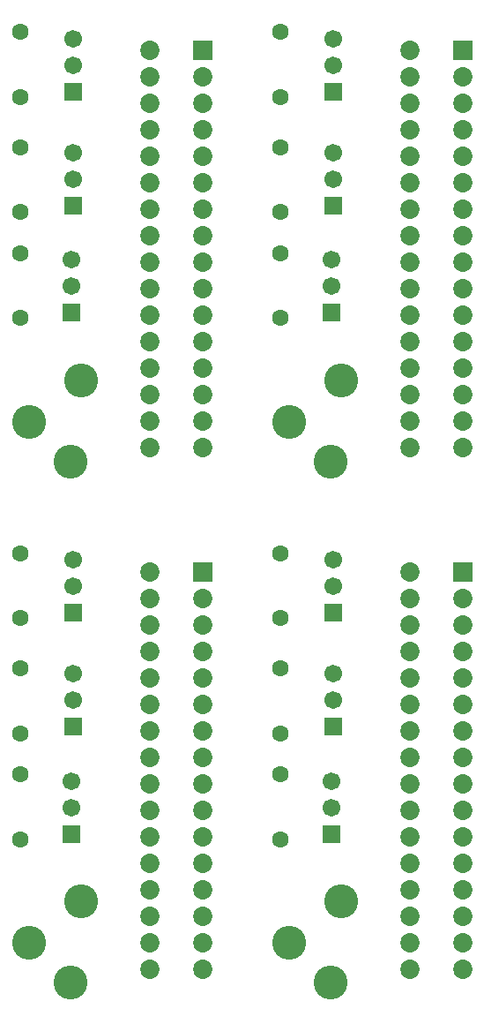
<source format=gts>
%FSLAX23Y23*%
%MOIN*%
G70*
G01*
G75*
G04 Layer_Color=8388736*
%ADD10C,0.015*%
%ADD11C,0.025*%
%ADD12C,0.120*%
%ADD13C,0.055*%
%ADD14C,0.065*%
%ADD15R,0.065X0.065*%
%ADD16C,0.059*%
%ADD17R,0.059X0.059*%
%ADD18C,0.020*%
%ADD19C,0.008*%
%ADD20C,0.010*%
%ADD21C,0.128*%
%ADD22C,0.063*%
%ADD23C,0.073*%
%ADD24R,0.073X0.073*%
%ADD25C,0.067*%
%ADD26R,0.067X0.067*%
D21*
X109Y326D02*
D03*
X265Y176D02*
D03*
X305Y482D02*
D03*
X1093Y326D02*
D03*
X1249Y176D02*
D03*
X1289Y482D02*
D03*
X109Y2294D02*
D03*
X265Y2144D02*
D03*
X305Y2450D02*
D03*
X1093Y2294D02*
D03*
X1249Y2144D02*
D03*
X1289Y2450D02*
D03*
D22*
X75Y962D02*
D03*
Y717D02*
D03*
Y1362D02*
D03*
Y1117D02*
D03*
Y1552D02*
D03*
Y1797D02*
D03*
X1059Y962D02*
D03*
Y717D02*
D03*
Y1362D02*
D03*
Y1117D02*
D03*
Y1552D02*
D03*
Y1797D02*
D03*
X75Y2930D02*
D03*
Y2685D02*
D03*
Y3330D02*
D03*
Y3085D02*
D03*
Y3520D02*
D03*
Y3765D02*
D03*
X1059Y2930D02*
D03*
Y2685D02*
D03*
Y3330D02*
D03*
Y3085D02*
D03*
Y3520D02*
D03*
Y3765D02*
D03*
D23*
X765Y727D02*
D03*
Y1027D02*
D03*
Y1327D02*
D03*
Y1627D02*
D03*
Y527D02*
D03*
Y427D02*
D03*
Y327D02*
D03*
Y227D02*
D03*
X565Y527D02*
D03*
Y427D02*
D03*
Y327D02*
D03*
Y227D02*
D03*
X765Y627D02*
D03*
Y827D02*
D03*
Y927D02*
D03*
Y1127D02*
D03*
Y1227D02*
D03*
Y1427D02*
D03*
Y1527D02*
D03*
X565Y627D02*
D03*
Y827D02*
D03*
Y927D02*
D03*
Y1127D02*
D03*
Y1227D02*
D03*
Y1427D02*
D03*
Y1527D02*
D03*
Y1727D02*
D03*
Y727D02*
D03*
Y1027D02*
D03*
Y1327D02*
D03*
Y1627D02*
D03*
X1749Y727D02*
D03*
Y1027D02*
D03*
Y1327D02*
D03*
Y1627D02*
D03*
Y527D02*
D03*
Y427D02*
D03*
Y327D02*
D03*
Y227D02*
D03*
X1549Y527D02*
D03*
Y427D02*
D03*
Y327D02*
D03*
Y227D02*
D03*
X1749Y627D02*
D03*
Y827D02*
D03*
Y927D02*
D03*
Y1127D02*
D03*
Y1227D02*
D03*
Y1427D02*
D03*
Y1527D02*
D03*
X1549Y627D02*
D03*
Y827D02*
D03*
Y927D02*
D03*
Y1127D02*
D03*
Y1227D02*
D03*
Y1427D02*
D03*
Y1527D02*
D03*
Y1727D02*
D03*
Y727D02*
D03*
Y1027D02*
D03*
Y1327D02*
D03*
Y1627D02*
D03*
X765Y2695D02*
D03*
Y2995D02*
D03*
Y3295D02*
D03*
Y3595D02*
D03*
Y2495D02*
D03*
Y2395D02*
D03*
Y2295D02*
D03*
Y2195D02*
D03*
X565Y2495D02*
D03*
Y2395D02*
D03*
Y2295D02*
D03*
Y2195D02*
D03*
X765Y2595D02*
D03*
Y2795D02*
D03*
Y2895D02*
D03*
Y3095D02*
D03*
Y3195D02*
D03*
Y3395D02*
D03*
Y3495D02*
D03*
X565Y2595D02*
D03*
Y2795D02*
D03*
Y2895D02*
D03*
Y3095D02*
D03*
Y3195D02*
D03*
Y3395D02*
D03*
Y3495D02*
D03*
Y3695D02*
D03*
Y2695D02*
D03*
Y2995D02*
D03*
Y3295D02*
D03*
Y3595D02*
D03*
X1749Y2695D02*
D03*
Y2995D02*
D03*
Y3295D02*
D03*
Y3595D02*
D03*
Y2495D02*
D03*
Y2395D02*
D03*
Y2295D02*
D03*
Y2195D02*
D03*
X1549Y2495D02*
D03*
Y2395D02*
D03*
Y2295D02*
D03*
Y2195D02*
D03*
X1749Y2595D02*
D03*
Y2795D02*
D03*
Y2895D02*
D03*
Y3095D02*
D03*
Y3195D02*
D03*
Y3395D02*
D03*
Y3495D02*
D03*
X1549Y2595D02*
D03*
Y2795D02*
D03*
Y2895D02*
D03*
Y3095D02*
D03*
Y3195D02*
D03*
Y3395D02*
D03*
Y3495D02*
D03*
Y3695D02*
D03*
Y2695D02*
D03*
Y2995D02*
D03*
Y3295D02*
D03*
Y3595D02*
D03*
D24*
X765Y1727D02*
D03*
X1749D02*
D03*
X765Y3695D02*
D03*
X1749D02*
D03*
D25*
X270Y937D02*
D03*
Y837D02*
D03*
X275Y1342D02*
D03*
Y1242D02*
D03*
Y1672D02*
D03*
Y1772D02*
D03*
X1254Y937D02*
D03*
Y837D02*
D03*
X1259Y1342D02*
D03*
Y1242D02*
D03*
Y1672D02*
D03*
Y1772D02*
D03*
X270Y2905D02*
D03*
Y2805D02*
D03*
X275Y3310D02*
D03*
Y3210D02*
D03*
Y3640D02*
D03*
Y3740D02*
D03*
X1254Y2905D02*
D03*
Y2805D02*
D03*
X1259Y3310D02*
D03*
Y3210D02*
D03*
Y3640D02*
D03*
Y3740D02*
D03*
D26*
X270Y737D02*
D03*
X275Y1142D02*
D03*
Y1572D02*
D03*
X1254Y737D02*
D03*
X1259Y1142D02*
D03*
Y1572D02*
D03*
X270Y2705D02*
D03*
X275Y3110D02*
D03*
Y3540D02*
D03*
X1254Y2705D02*
D03*
X1259Y3110D02*
D03*
Y3540D02*
D03*
M02*

</source>
